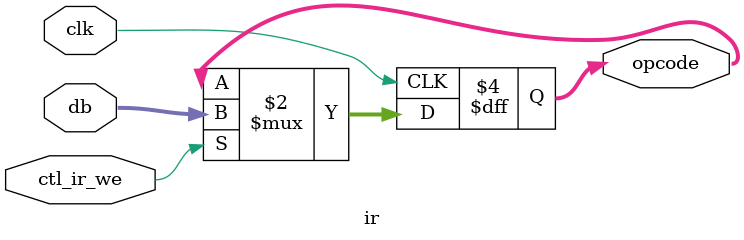
<source format=v>


module ir(
	ctl_ir_we,
	clk,
	db,
	opcode
);


input wire	ctl_ir_we;
input wire	clk;
input wire	[7:0] db;
output reg	[7:0] opcode;






always@(posedge clk)
begin
if (ctl_ir_we)
	begin
	opcode[7:0] <= db[7:0];
	end
end


endmodule

</source>
